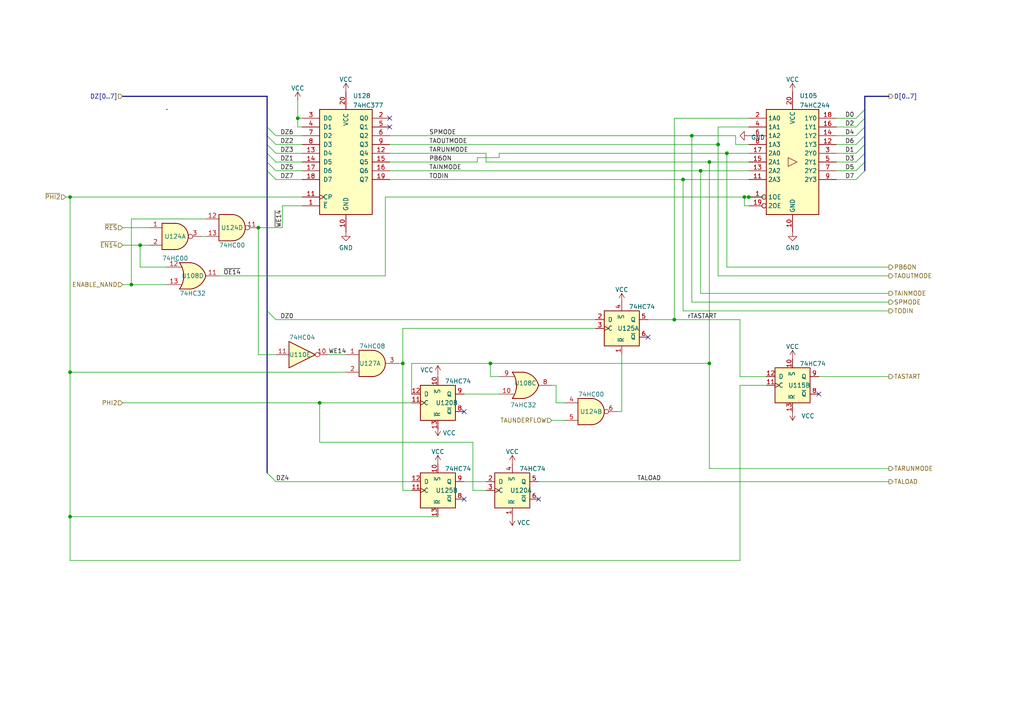
<source format=kicad_sch>
(kicad_sch (version 20211123) (generator eeschema)
  (paper "A4")
  (title_block (title "74HCT6526 Board 1") (date "2022-08-17") (rev "0.1") (company "Daniel Molina") (comment 1 "https://github.com/dmolinagarcia/74HCT6526"))
  (lib_symbols
    (symbol "74xx:74HC00" (pin_names (offset 1.016))
      (property "Reference" "U" (at 0 1.27 0))
      (property "Value" "74HC00" (at 0 -1.27 0))
      (symbol "74HC00_1_1"
        (arc (start 0 -3.81) (mid 3.81 0) (end 0 3.81) (stroke (width 0.254)) (fill (type background)))
        (polyline (pts (xy 0 3.81) (xy -3.81 3.81) (xy -3.81 -3.81) (xy 0 -3.81)) (stroke (width 0.254)) (fill (type background)))
        (pin input line (at -7.62 2.54 0) (length 3.81) (name "~") (number "1"))
        (pin input line (at -7.62 -2.54 0) (length 3.81) (name "~") (number "2"))
        (pin output inverted (at 7.62 0 180) (length 3.81) (name "~") (number "3"))
      )
      (symbol "74HC00_1_2"
        (arc (start -3.81 -3.81) (mid -2.589 0) (end -3.81 3.81) (stroke (width 0.254)))
        (arc (start -0.6096 -3.81) (mid 2.1855 -2.584) (end 3.81 0) (stroke (width 0.254)) (fill (type background)))
        (polyline (pts (xy -3.81 -3.81) (xy -0.635 -3.81)) (stroke (width 0.254)) (fill (type background)))
        (polyline (pts (xy -3.81 3.81) (xy -0.635 3.81)) (stroke (width 0.254)) (fill (type background)))
        (polyline (pts (xy -0.635 3.81) (xy -3.81 3.81) (xy -3.81 3.81) (xy -3.556 3.4036) (xy -3.0226 2.2606) (xy -2.6924 1.0414) (xy -2.6162 -0.254) (xy -2.7686 -1.4986) (xy -3.175 -2.7178) (xy -3.81 -3.81) (xy -3.81 -3.81) (xy -0.635 -3.81)) (stroke (width -25.4)) (fill (type background)))
        (arc (start 3.81 0) (mid 2.1928 2.5925) (end -0.6096 3.81) (stroke (width 0.254)) (fill (type background)))
        (pin input inverted (at -7.62 2.54 0) (length 4.318) (name "~") (number "1"))
        (pin input inverted (at -7.62 -2.54 0) (length 4.318) (name "~") (number "2"))
        (pin output line (at 7.62 0 180) (length 3.81) (name "~") (number "3"))
      )
      (symbol "74HC00_2_1"
        (arc (start 0 -3.81) (mid 3.81 0) (end 0 3.81) (stroke (width 0.254)) (fill (type background)))
        (polyline (pts (xy 0 3.81) (xy -3.81 3.81) (xy -3.81 -3.81) (xy 0 -3.81)) (stroke (width 0.254)) (fill (type background)))
        (pin input line (at -7.62 2.54 0) (length 3.81) (name "~") (number "4"))
        (pin input line (at -7.62 -2.54 0) (length 3.81) (name "~") (number "5"))
        (pin output inverted (at 7.62 0 180) (length 3.81) (name "~") (number "6"))
      )
      (symbol "74HC00_2_2"
        (arc (start -3.81 -3.81) (mid -2.589 0) (end -3.81 3.81) (stroke (width 0.254)))
        (arc (start -0.6096 -3.81) (mid 2.1855 -2.584) (end 3.81 0) (stroke (width 0.254)) (fill (type background)))
        (polyline (pts (xy -3.81 -3.81) (xy -0.635 -3.81)) (stroke (width 0.254)) (fill (type background)))
        (polyline (pts (xy -3.81 3.81) (xy -0.635 3.81)) (stroke (width 0.254)) (fill (type background)))
        (polyline (pts (xy -0.635 3.81) (xy -3.81 3.81) (xy -3.81 3.81) (xy -3.556 3.4036) (xy -3.0226 2.2606) (xy -2.6924 1.0414) (xy -2.6162 -0.254) (xy -2.7686 -1.4986) (xy -3.175 -2.7178) (xy -3.81 -3.81) (xy -3.81 -3.81) (xy -0.635 -3.81)) (stroke (width -25.4)) (fill (type background)))
        (arc (start 3.81 0) (mid 2.1928 2.5925) (end -0.6096 3.81) (stroke (width 0.254)) (fill (type background)))
        (pin input inverted (at -7.62 2.54 0) (length 4.318) (name "~") (number "4"))
        (pin input inverted (at -7.62 -2.54 0) (length 4.318) (name "~") (number "5"))
        (pin output line (at 7.62 0 180) (length 3.81) (name "~") (number "6"))
      )
      (symbol "74HC00_3_1"
        (arc (start 0 -3.81) (mid 3.81 0) (end 0 3.81) (stroke (width 0.254)) (fill (type background)))
        (polyline (pts (xy 0 3.81) (xy -3.81 3.81) (xy -3.81 -3.81) (xy 0 -3.81)) (stroke (width 0.254)) (fill (type background)))
        (pin input line (at -7.62 -2.54 0) (length 3.81) (name "~") (number "10"))
        (pin output inverted (at 7.62 0 180) (length 3.81) (name "~") (number "8"))
        (pin input line (at -7.62 2.54 0) (length 3.81) (name "~") (number "9"))
      )
      (symbol "74HC00_3_2"
        (arc (start -3.81 -3.81) (mid -2.589 0) (end -3.81 3.81) (stroke (width 0.254)))
        (arc (start -0.6096 -3.81) (mid 2.1855 -2.584) (end 3.81 0) (stroke (width 0.254)) (fill (type background)))
        (polyline (pts (xy -3.81 -3.81) (xy -0.635 -3.81)) (stroke (width 0.254)) (fill (type background)))
        (polyline (pts (xy -3.81 3.81) (xy -0.635 3.81)) (stroke (width 0.254)) (fill (type background)))
        (polyline (pts (xy -0.635 3.81) (xy -3.81 3.81) (xy -3.81 3.81) (xy -3.556 3.4036) (xy -3.0226 2.2606) (xy -2.6924 1.0414) (xy -2.6162 -0.254) (xy -2.7686 -1.4986) (xy -3.175 -2.7178) (xy -3.81 -3.81) (xy -3.81 -3.81) (xy -0.635 -3.81)) (stroke (width -25.4)) (fill (type background)))
        (arc (start 3.81 0) (mid 2.1928 2.5925) (end -0.6096 3.81) (stroke (width 0.254)) (fill (type background)))
        (pin input inverted (at -7.62 -2.54 0) (length 4.318) (name "~") (number "10"))
        (pin output line (at 7.62 0 180) (length 3.81) (name "~") (number "8"))
        (pin input inverted (at -7.62 2.54 0) (length 4.318) (name "~") (number "9"))
      )
      (symbol "74HC00_4_1"
        (arc (start 0 -3.81) (mid 3.81 0) (end 0 3.81) (stroke (width 0.254)) (fill (type background)))
        (polyline (pts (xy 0 3.81) (xy -3.81 3.81) (xy -3.81 -3.81) (xy 0 -3.81)) (stroke (width 0.254)) (fill (type background)))
        (pin output inverted (at 7.62 0 180) (length 3.81) (name "~") (number "11"))
        (pin input line (at -7.62 2.54 0) (length 3.81) (name "~") (number "12"))
        (pin input line (at -7.62 -2.54 0) (length 3.81) (name "~") (number "13"))
      )
      (symbol "74HC00_4_2"
        (arc (start -3.81 -3.81) (mid -2.589 0) (end -3.81 3.81) (stroke (width 0.254)))
        (arc (start -0.6096 -3.81) (mid 2.1855 -2.584) (end 3.81 0) (stroke (width 0.254)) (fill (type background)))
        (polyline (pts (xy -3.81 -3.81) (xy -0.635 -3.81)) (stroke (width 0.254)) (fill (type background)))
        (polyline (pts (xy -3.81 3.81) (xy -0.635 3.81)) (stroke (width 0.254)) (fill (type background)))
        (polyline (pts (xy -0.635 3.81) (xy -3.81 3.81) (xy -3.81 3.81) (xy -3.556 3.4036) (xy -3.0226 2.2606) (xy -2.6924 1.0414) (xy -2.6162 -0.254) (xy -2.7686 -1.4986) (xy -3.175 -2.7178) (xy -3.81 -3.81) (xy -3.81 -3.81) (xy -0.635 -3.81)) (stroke (width -25.4)) (fill (type background)))
        (arc (start 3.81 0) (mid 2.1928 2.5925) (end -0.6096 3.81) (stroke (width 0.254)) (fill (type background)))
        (pin output line (at 7.62 0 180) (length 3.81) (name "~") (number "11"))
        (pin input inverted (at -7.62 2.54 0) (length 4.318) (name "~") (number "12"))
        (pin input inverted (at -7.62 -2.54 0) (length 4.318) (name "~") (number "13"))
      )
      (symbol "74HC00_5_0"
        (pin power_in line (at 0 12.7 270) (length 5.08) (name "VCC") (number "14"))
        (pin power_in line (at 0 -12.7 90) (length 5.08) (name "GND") (number "7"))
      )
      (symbol "74HC00_5_1"
        (rectangle (start -5.08 7.62) (end 5.08 -7.62) (stroke (width 0.254)) (fill (type background)))
      )
    )
    (symbol "74xx:74HC04"
      (property "Reference" "U" (at 0 1.27 0))
      (property "Value" "74HC04" (at 0 -1.27 0))
      (symbol "74HC04_1_0"
        (polyline (pts (xy -3.81 3.81) (xy -3.81 -3.81) (xy 3.81 0) (xy -3.81 3.81)) (stroke (width 0.254)) (fill (type background)))
        (pin input line (at -7.62 0 0) (length 3.81) (name "~") (number "1"))
        (pin output inverted (at 7.62 0 180) (length 3.81) (name "~") (number "2"))
      )
      (symbol "74HC04_2_0"
        (polyline (pts (xy -3.81 3.81) (xy -3.81 -3.81) (xy 3.81 0) (xy -3.81 3.81)) (stroke (width 0.254)) (fill (type background)))
        (pin input line (at -7.62 0 0) (length 3.81) (name "~") (number "3"))
        (pin output inverted (at 7.62 0 180) (length 3.81) (name "~") (number "4"))
      )
      (symbol "74HC04_3_0"
        (polyline (pts (xy -3.81 3.81) (xy -3.81 -3.81) (xy 3.81 0) (xy -3.81 3.81)) (stroke (width 0.254)) (fill (type background)))
        (pin input line (at -7.62 0 0) (length 3.81) (name "~") (number "5"))
        (pin output inverted (at 7.62 0 180) (length 3.81) (name "~") (number "6"))
      )
      (symbol "74HC04_4_0"
        (polyline (pts (xy -3.81 3.81) (xy -3.81 -3.81) (xy 3.81 0) (xy -3.81 3.81)) (stroke (width 0.254)) (fill (type background)))
        (pin output inverted (at 7.62 0 180) (length 3.81) (name "~") (number "8"))
        (pin input line (at -7.62 0 0) (length 3.81) (name "~") (number "9"))
      )
      (symbol "74HC04_5_0"
        (polyline (pts (xy -3.81 3.81) (xy -3.81 -3.81) (xy 3.81 0) (xy -3.81 3.81)) (stroke (width 0.254)) (fill (type background)))
        (pin output inverted (at 7.62 0 180) (length 3.81) (name "~") (number "10"))
        (pin input line (at -7.62 0 0) (length 3.81) (name "~") (number "11"))
      )
      (symbol "74HC04_6_0"
        (polyline (pts (xy -3.81 3.81) (xy -3.81 -3.81) (xy 3.81 0) (xy -3.81 3.81)) (stroke (width 0.254)) (fill (type background)))
        (pin output inverted (at 7.62 0 180) (length 3.81) (name "~") (number "12"))
        (pin input line (at -7.62 0 0) (length 3.81) (name "~") (number "13"))
      )
      (symbol "74HC04_7_0"
        (pin power_in line (at 0 12.7 270) (length 5.08) (name "VCC") (number "14"))
        (pin power_in line (at 0 -12.7 90) (length 5.08) (name "GND") (number "7"))
      )
      (symbol "74HC04_7_1"
        (rectangle (start -5.08 7.62) (end 5.08 -7.62) (stroke (width 0.254)) (fill (type background)))
      )
    )
    (symbol "74xx:74HC244"
      (property "Reference" "U" (at -7.62 16.51 0))
      (property "Value" "74HC244" (at -7.62 -16.51 0))
      (symbol "74HC244_1_0"
        (polyline (pts (xy 1.27 0) (xy -1.27 1.27) (xy -1.27 -1.27) (xy 1.27 0)) (stroke (width 0.1524)))
        (pin input inverted (at -12.7 -10.16 0) (length 5.08) (name "1OE") (number "1"))
        (pin power_in line (at 0 -20.32 90) (length 5.08) (name "GND") (number "10"))
        (pin input line (at -12.7 -5.08 0) (length 5.08) (name "2A3") (number "11"))
        (pin tri_state line (at 12.7 5.08 180) (length 5.08) (name "1Y3") (number "12"))
        (pin input line (at -12.7 -2.54 0) (length 5.08) (name "2A2") (number "13"))
        (pin tri_state line (at 12.7 7.62 180) (length 5.08) (name "1Y2") (number "14"))
        (pin input line (at -12.7 0 0) (length 5.08) (name "2A1") (number "15"))
        (pin tri_state line (at 12.7 10.16 180) (length 5.08) (name "1Y1") (number "16"))
        (pin input line (at -12.7 2.54 0) (length 5.08) (name "2A0") (number "17"))
        (pin tri_state line (at 12.7 12.7 180) (length 5.08) (name "1Y0") (number "18"))
        (pin input inverted (at -12.7 -12.7 0) (length 5.08) (name "2OE") (number "19"))
        (pin input line (at -12.7 12.7 0) (length 5.08) (name "1A0") (number "2"))
        (pin power_in line (at 0 20.32 270) (length 5.08) (name "VCC") (number "20"))
        (pin tri_state line (at 12.7 2.54 180) (length 5.08) (name "2Y0") (number "3"))
        (pin input line (at -12.7 10.16 0) (length 5.08) (name "1A1") (number "4"))
        (pin tri_state line (at 12.7 0 180) (length 5.08) (name "2Y1") (number "5"))
        (pin input line (at -12.7 7.62 0) (length 5.08) (name "1A2") (number "6"))
        (pin tri_state line (at 12.7 -2.54 180) (length 5.08) (name "2Y2") (number "7"))
        (pin input line (at -12.7 5.08 0) (length 5.08) (name "1A3") (number "8"))
        (pin tri_state line (at 12.7 -5.08 180) (length 5.08) (name "2Y3") (number "9"))
      )
      (symbol "74HC244_1_1"
        (rectangle (start -7.62 15.24) (end 7.62 -15.24) (stroke (width 0.254)) (fill (type background)))
      )
    )
    (symbol "74xx:74HC74" (pin_names (offset 1.016))
      (property "Reference" "U" (at -7.62 8.89 0))
      (property "Value" "74HC74" (at -7.62 -8.89 0))
      (symbol "74HC74_1_0"
        (pin input line (at 0 -7.62 90) (length 2.54) (name "~{R}") (number "1"))
        (pin input line (at -7.62 2.54 0) (length 2.54) (name "D") (number "2"))
        (pin input clock (at -7.62 0 0) (length 2.54) (name "C") (number "3"))
        (pin input line (at 0 7.62 270) (length 2.54) (name "~{S}") (number "4"))
        (pin output line (at 7.62 2.54 180) (length 2.54) (name "Q") (number "5"))
        (pin output line (at 7.62 -2.54 180) (length 2.54) (name "~{Q}") (number "6"))
      )
      (symbol "74HC74_1_1"
        (rectangle (start -5.08 5.08) (end 5.08 -5.08) (stroke (width 0.254)) (fill (type background)))
      )
      (symbol "74HC74_2_0"
        (pin input line (at 0 7.62 270) (length 2.54) (name "~{S}") (number "10"))
        (pin input clock (at -7.62 0 0) (length 2.54) (name "C") (number "11"))
        (pin input line (at -7.62 2.54 0) (length 2.54) (name "D") (number "12"))
        (pin input line (at 0 -7.62 90) (length 2.54) (name "~{R}") (number "13"))
        (pin output line (at 7.62 -2.54 180) (length 2.54) (name "~{Q}") (number "8"))
        (pin output line (at 7.62 2.54 180) (length 2.54) (name "Q") (number "9"))
      )
      (symbol "74HC74_2_1"
        (rectangle (start -5.08 5.08) (end 5.08 -5.08) (stroke (width 0.254)) (fill (type background)))
      )
      (symbol "74HC74_3_0"
        (pin power_in line (at 0 10.16 270) (length 2.54) (name "VCC") (number "14"))
        (pin power_in line (at 0 -10.16 90) (length 2.54) (name "GND") (number "7"))
      )
      (symbol "74HC74_3_1"
        (rectangle (start -5.08 7.62) (end 5.08 -7.62) (stroke (width 0.254)) (fill (type background)))
      )
    )
    (symbol "74xx:74LS32" (pin_names (offset 1.016))
      (property "Reference" "U" (at 0 1.27 0))
      (property "Value" "74LS32" (at 0 -1.27 0))
      (symbol "74LS32_1_1"
        (arc (start -3.81 -3.81) (mid -2.589 0) (end -3.81 3.81) (stroke (width 0.254)))
        (arc (start -0.6096 -3.81) (mid 2.1855 -2.584) (end 3.81 0) (stroke (width 0.254)) (fill (type background)))
        (polyline (pts (xy -3.81 -3.81) (xy -0.635 -3.81)) (stroke (width 0.254)) (fill (type background)))
        (polyline (pts (xy -3.81 3.81) (xy -0.635 3.81)) (stroke (width 0.254)) (fill (type background)))
        (polyline (pts (xy -0.635 3.81) (xy -3.81 3.81) (xy -3.81 3.81) (xy -3.556 3.4036) (xy -3.0226 2.2606) (xy -2.6924 1.0414) (xy -2.6162 -0.254) (xy -2.7686 -1.4986) (xy -3.175 -2.7178) (xy -3.81 -3.81) (xy -3.81 -3.81) (xy -0.635 -3.81)) (stroke (width -25.4)) (fill (type background)))
        (arc (start 3.81 0) (mid 2.1928 2.5925) (end -0.6096 3.81) (stroke (width 0.254)) (fill (type background)))
        (pin input line (at -7.62 2.54 0) (length 4.318) (name "~") (number "1"))
        (pin input line (at -7.62 -2.54 0) (length 4.318) (name "~") (number "2"))
        (pin output line (at 7.62 0 180) (length 3.81) (name "~") (number "3"))
      )
      (symbol "74LS32_1_2"
        (arc (start 0 -3.81) (mid 3.81 0) (end 0 3.81) (stroke (width 0.254)) (fill (type background)))
        (polyline (pts (xy 0 3.81) (xy -3.81 3.81) (xy -3.81 -3.81) (xy 0 -3.81)) (stroke (width 0.254)) (fill (type background)))
        (pin input inverted (at -7.62 2.54 0) (length 3.81) (name "~") (number "1"))
        (pin input inverted (at -7.62 -2.54 0) (length 3.81) (name "~") (number "2"))
        (pin output inverted (at 7.62 0 180) (length 3.81) (name "~") (number "3"))
      )
      (symbol "74LS32_2_1"
        (arc (start -3.81 -3.81) (mid -2.589 0) (end -3.81 3.81) (stroke (width 0.254)))
        (arc (start -0.6096 -3.81) (mid 2.1855 -2.584) (end 3.81 0) (stroke (width 0.254)) (fill (type background)))
        (polyline (pts (xy -3.81 -3.81) (xy -0.635 -3.81)) (stroke (width 0.254)) (fill (type background)))
        (polyline (pts (xy -3.81 3.81) (xy -0.635 3.81)) (stroke (width 0.254)) (fill (type background)))
        (polyline (pts (xy -0.635 3.81) (xy -3.81 3.81) (xy -3.81 3.81) (xy -3.556 3.4036) (xy -3.0226 2.2606) (xy -2.6924 1.0414) (xy -2.6162 -0.254) (xy -2.7686 -1.4986) (xy -3.175 -2.7178) (xy -3.81 -3.81) (xy -3.81 -3.81) (xy -0.635 -3.81)) (stroke (width -25.4)) (fill (type background)))
        (arc (start 3.81 0) (mid 2.1928 2.5925) (end -0.6096 3.81) (stroke (width 0.254)) (fill (type background)))
        (pin input line (at -7.62 2.54 0) (length 4.318) (name "~") (number "4"))
        (pin input line (at -7.62 -2.54 0) (length 4.318) (name "~") (number "5"))
        (pin output line (at 7.62 0 180) (length 3.81) (name "~") (number "6"))
      )
      (symbol "74LS32_2_2"
        (arc (start 0 -3.81) (mid 3.81 0) (end 0 3.81) (stroke (width 0.254)) (fill (type background)))
        (polyline (pts (xy 0 3.81) (xy -3.81 3.81) (xy -3.81 -3.81) (xy 0 -3.81)) (stroke (width 0.254)) (fill (type background)))
        (pin input inverted (at -7.62 2.54 0) (length 3.81) (name "~") (number "4"))
        (pin input inverted (at -7.62 -2.54 0) (length 3.81) (name "~") (number "5"))
        (pin output inverted (at 7.62 0 180) (length 3.81) (name "~") (number "6"))
      )
      (symbol "74LS32_3_1"
        (arc (start -3.81 -3.81) (mid -2.589 0) (end -3.81 3.81) (stroke (width 0.254)))
        (arc (start -0.6096 -3.81) (mid 2.1855 -2.584) (end 3.81 0) (stroke (width 0.254)) (fill (type background)))
        (polyline (pts (xy -3.81 -3.81) (xy -0.635 -3.81)) (stroke (width 0.254)) (fill (type background)))
        (polyline (pts (xy -3.81 3.81) (xy -0.635 3.81)) (stroke (width 0.254)) (fill (type background)))
        (polyline (pts (xy -0.635 3.81) (xy -3.81 3.81) (xy -3.81 3.81) (xy -3.556 3.4036) (xy -3.0226 2.2606) (xy -2.6924 1.0414) (xy -2.6162 -0.254) (xy -2.7686 -1.4986) (xy -3.175 -2.7178) (xy -3.81 -3.81) (xy -3.81 -3.81) (xy -0.635 -3.81)) (stroke (width -25.4)) (fill (type background)))
        (arc (start 3.81 0) (mid 2.1928 2.5925) (end -0.6096 3.81) (stroke (width 0.254)) (fill (type background)))
        (pin input line (at -7.62 -2.54 0) (length 4.318) (name "~") (number "10"))
        (pin output line (at 7.62 0 180) (length 3.81) (name "~") (number "8"))
        (pin input line (at -7.62 2.54 0) (length 4.318) (name "~") (number "9"))
      )
      (symbol "74LS32_3_2"
        (arc (start 0 -3.81) (mid 3.81 0) (end 0 3.81) (stroke (width 0.254)) (fill (type background)))
        (polyline (pts (xy 0 3.81) (xy -3.81 3.81) (xy -3.81 -3.81) (xy 0 -3.81)) (stroke (width 0.254)) (fill (type background)))
        (pin input inverted (at -7.62 -2.54 0) (length 3.81) (name "~") (number "10"))
        (pin output inverted (at 7.62 0 180) (length 3.81) (name "~") (number "8"))
        (pin input inverted (at -7.62 2.54 0) (length 3.81) (name "~") (number "9"))
      )
      (symbol "74LS32_4_1"
        (arc (start -3.81 -3.81) (mid -2.589 0) (end -3.81 3.81) (stroke (width 0.254)))
        (arc (start -0.6096 -3.81) (mid 2.1855 -2.584) (end 3.81 0) (stroke (width 0.254)) (fill (type background)))
        (polyline (pts (xy -3.81 -3.81) (xy -0.635 -3.81)) (stroke (width 0.254)) (fill (type background)))
        (polyline (pts (xy -3.81 3.81) (xy -0.635 3.81)) (stroke (width 0.254)) (fill (type background)))
        (polyline (pts (xy -0.635 3.81) (xy -3.81 3.81) (xy -3.81 3.81) (xy -3.556 3.4036) (xy -3.0226 2.2606) (xy -2.6924 1.0414) (xy -2.6162 -0.254) (xy -2.7686 -1.4986) (xy -3.175 -2.7178) (xy -3.81 -3.81) (xy -3.81 -3.81) (xy -0.635 -3.81)) (stroke (width -25.4)) (fill (type background)))
        (arc (start 3.81 0) (mid 2.1928 2.5925) (end -0.6096 3.81) (stroke (width 0.254)) (fill (type background)))
        (pin output line (at 7.62 0 180) (length 3.81) (name "~") (number "11"))
        (pin input line (at -7.62 2.54 0) (length 4.318) (name "~") (number "12"))
        (pin input line (at -7.62 -2.54 0) (length 4.318) (name "~") (number "13"))
      )
      (symbol "74LS32_4_2"
        (arc (start 0 -3.81) (mid 3.81 0) (end 0 3.81) (stroke (width 0.254)) (fill (type background)))
        (polyline (pts (xy 0 3.81) (xy -3.81 3.81) (xy -3.81 -3.81) (xy 0 -3.81)) (stroke (width 0.254)) (fill (type background)))
        (pin output inverted (at 7.62 0 180) (length 3.81) (name "~") (number "11"))
        (pin input inverted (at -7.62 2.54 0) (length 3.81) (name "~") (number "12"))
        (pin input inverted (at -7.62 -2.54 0) (length 3.81) (name "~") (number "13"))
      )
      (symbol "74LS32_5_0"
        (pin power_in line (at 0 12.7 270) (length 5.08) (name "VCC") (number "14"))
        (pin power_in line (at 0 -12.7 90) (length 5.08) (name "GND") (number "7"))
      )
      (symbol "74LS32_5_1"
        (rectangle (start -5.08 7.62) (end 5.08 -7.62) (stroke (width 0.254)) (fill (type background)))
      )
    )
    (symbol "74xx:74LS377" (pin_names (offset 1.016))
      (property "Reference" "U" (at -7.62 16.51 0))
      (property "Value" "74LS377" (at -7.62 -16.51 0))
      (symbol "74LS377_1_0"
        (pin input line (at -12.7 -12.7 0) (length 5.08) (name "~{E}") (number "1"))
        (pin power_in line (at 0 -20.32 90) (length 5.08) (name "GND") (number "10"))
        (pin input clock (at -12.7 -10.16 0) (length 5.08) (name "CP") (number "11"))
        (pin output line (at 12.7 2.54 180) (length 5.08) (name "Q4") (number "12"))
        (pin input line (at -12.7 2.54 0) (length 5.08) (name "D4") (number "13"))
        (pin input line (at -12.7 0 0) (length 5.08) (name "D5") (number "14"))
        (pin output line (at 12.7 0 180) (length 5.08) (name "Q5") (number "15"))
        (pin output line (at 12.7 -2.54 180) (length 5.08) (name "Q6") (number "16"))
        (pin input line (at -12.7 -2.54 0) (length 5.08) (name "D6") (number "17"))
        (pin input line (at -12.7 -5.08 0) (length 5.08) (name "D7") (number "18"))
        (pin output line (at 12.7 -5.08 180) (length 5.08) (name "Q7") (number "19"))
        (pin output line (at 12.7 12.7 180) (length 5.08) (name "Q0") (number "2"))
        (pin power_in line (at 0 20.32 270) (length 5.08) (name "VCC") (number "20"))
        (pin input line (at -12.7 12.7 0) (length 5.08) (name "D0") (number "3"))
        (pin input line (at -12.7 10.16 0) (length 5.08) (name "D1") (number "4"))
        (pin output line (at 12.7 10.16 180) (length 5.08) (name "Q1") (number "5"))
        (pin output line (at 12.7 7.62 180) (length 5.08) (name "Q2") (number "6"))
        (pin input line (at -12.7 7.62 0) (length 5.08) (name "D2") (number "7"))
        (pin input line (at -12.7 5.08 0) (length 5.08) (name "D3") (number "8"))
        (pin output line (at 12.7 5.08 180) (length 5.08) (name "Q3") (number "9"))
      )
      (symbol "74LS377_1_1"
        (rectangle (start -7.62 15.24) (end 7.62 -15.24) (stroke (width 0.254)) (fill (type background)))
      )
    )
    (symbol "Custom 74xx:74HC08" (pin_names (offset 1.016))
      (property "Reference" "U" (at 0 1.27 0))
      (property "Value" "74HC08" (at 0 -1.27 0))
      (symbol "74HC08_1_1"
        (arc (start 0 -3.81) (mid 3.81 0) (end 0 3.81) (stroke (width 0.254)) (fill (type background)))
        (polyline (pts (xy 0 3.81) (xy -3.81 3.81) (xy -3.81 -3.81) (xy 0 -3.81)) (stroke (width 0.254)) (fill (type background)))
        (pin input line (at -7.62 2.54 0) (length 3.81) (name "~") (number "1"))
        (pin input line (at -7.62 -2.54 0) (length 3.81) (name "~") (number "2"))
        (pin output line (at 7.62 0 180) (length 3.81) (name "~") (number "3"))
      )
      (symbol "74HC08_1_2"
        (arc (start -3.81 -3.81) (mid -2.589 0) (end -3.81 3.81) (stroke (width 0.254)))
        (arc (start -0.6096 -3.81) (mid 2.1855 -2.584) (end 3.81 0) (stroke (width 0.254)) (fill (type background)))
        (polyline (pts (xy -3.81 -3.81) (xy -0.635 -3.81)) (stroke (width 0.254)) (fill (type background)))
        (polyline (pts (xy -3.81 3.81) (xy -0.635 3.81)) (stroke (width 0.254)) (fill (type background)))
        (polyline (pts (xy -0.635 3.81) (xy -3.81 3.81) (xy -3.81 3.81) (xy -3.556 3.4036) (xy -3.0226 2.2606) (xy -2.6924 1.0414) (xy -2.6162 -0.254) (xy -2.7686 -1.4986) (xy -3.175 -2.7178) (xy -3.81 -3.81) (xy -3.81 -3.81) (xy -0.635 -3.81)) (stroke (width -25.4)) (fill (type background)))
        (arc (start 3.81 0) (mid 2.1928 2.5925) (end -0.6096 3.81) (stroke (width 0.254)) (fill (type background)))
        (pin input inverted (at -7.62 2.54 0) (length 4.318) (name "~") (number "1"))
        (pin input inverted (at -7.62 -2.54 0) (length 4.318) (name "~") (number "2"))
        (pin output line (at 7.62 0 180) (length 3.81) (name "~") (number "3"))
      )
      (symbol "74HC08_2_1"
        (arc (start 0 -3.81) (mid 3.81 0) (end 0 3.81) (stroke (width 0.254)) (fill (type background)))
        (polyline (pts (xy 0 3.81) (xy -3.81 3.81) (xy -3.81 -3.81) (xy 0 -3.81)) (stroke (width 0.254)) (fill (type background)))
        (pin input line (at -7.62 2.54 0) (length 3.81) (name "~") (number "4"))
        (pin input line (at -7.62 -2.54 0) (length 3.81) (name "~") (number "5"))
        (pin output line (at 7.62 0 180) (length 3.81) (name "~") (number "6"))
      )
      (symbol "74HC08_2_2"
        (arc (start -3.81 -3.81) (mid -2.589 0) (end -3.81 3.81) (stroke (width 0.254)))
        (arc (start -0.6096 -3.81) (mid 2.1855 -2.584) (end 3.81 0) (stroke (width 0.254)) (fill (type background)))
        (polyline (pts (xy -3.81 -3.81) (xy -0.635 -3.81)) (stroke (width 0.254)) (fill (type background)))
        (polyline (pts (xy -3.81 3.81) (xy -0.635 3.81)) (stroke (width 0.254)) (fill (type background)))
        (polyline (pts (xy -0.635 3.81) (xy -3.81 3.81) (xy -3.81 3.81) (xy -3.556 3.4036) (xy -3.0226 2.2606) (xy -2.6924 1.0414) (xy -2.6162 -0.254) (xy -2.7686 -1.4986) (xy -3.175 -2.7178) (xy -3.81 -3.81) (xy -3.81 -3.81) (xy -0.635 -3.81)) (stroke (width -25.4)) (fill (type background)))
        (arc (start 3.81 0) (mid 2.1928 2.5925) (end -0.6096 3.81) (stroke (width 0.254)) (fill (type background)))
        (pin input inverted (at -7.62 2.54 0) (length 4.318) (name "~") (number "4"))
        (pin input inverted (at -7.62 -2.54 0) (length 4.318) (name "~") (number "5"))
        (pin output line (at 7.62 0 180) (length 3.81) (name "~") (number "6"))
      )
      (symbol "74HC08_3_1"
        (arc (start 0 -3.81) (mid 3.81 0) (end 0 3.81) (stroke (width 0.254)) (fill (type background)))
        (polyline (pts (xy 0 3.81) (xy -3.81 3.81) (xy -3.81 -3.81) (xy 0 -3.81)) (stroke (width 0.254)) (fill (type background)))
        (pin input line (at -7.62 -2.54 0) (length 3.81) (name "~") (number "10"))
        (pin output line (at 7.62 0 180) (length 3.81) (name "~") (number "8"))
        (pin input line (at -7.62 2.54 0) (length 3.81) (name "~") (number "9"))
      )
      (symbol "74HC08_3_2"
        (arc (start -3.81 -3.81) (mid -2.589 0) (end -3.81 3.81) (stroke (width 0.254)))
        (arc (start -0.6096 -3.81) (mid 2.1855 -2.584) (end 3.81 0) (stroke (width 0.254)) (fill (type background)))
        (polyline (pts (xy -3.81 -3.81) (xy -0.635 -3.81)) (stroke (width 0.254)) (fill (type background)))
        (polyline (pts (xy -3.81 3.81) (xy -0.635 3.81)) (stroke (width 0.254)) (fill (type background)))
        (polyline (pts (xy -0.635 3.81) (xy -3.81 3.81) (xy -3.81 3.81) (xy -3.556 3.4036) (xy -3.0226 2.2606) (xy -2.6924 1.0414) (xy -2.6162 -0.254) (xy -2.7686 -1.4986) (xy -3.175 -2.7178) (xy -3.81 -3.81) (xy -3.81 -3.81) (xy -0.635 -3.81)) (stroke (width -25.4)) (fill (type background)))
        (arc (start 3.81 0) (mid 2.1928 2.5925) (end -0.6096 3.81) (stroke (width 0.254)) (fill (type background)))
        (pin input inverted (at -7.62 -2.54 0) (length 4.318) (name "~") (number "10"))
        (pin output line (at 7.62 0 180) (length 3.81) (name "~") (number "8"))
        (pin input inverted (at -7.62 2.54 0) (length 4.318) (name "~") (number "9"))
      )
      (symbol "74HC08_4_1"
        (arc (start 0 -3.81) (mid 3.81 0) (end 0 3.81) (stroke (width 0.254)) (fill (type background)))
        (polyline (pts (xy 0 3.81) (xy -3.81 3.81) (xy -3.81 -3.81) (xy 0 -3.81)) (stroke (width 0.254)) (fill (type background)))
        (pin output line (at 7.62 0 180) (length 3.81) (name "~") (number "11"))
        (pin input line (at -7.62 2.54 0) (length 3.81) (name "~") (number "12"))
        (pin input line (at -7.62 -2.54 0) (length 3.81) (name "~") (number "13"))
      )
      (symbol "74HC08_4_2"
        (arc (start -3.81 -3.81) (mid -2.589 0) (end -3.81 3.81) (stroke (width 0.254)))
        (arc (start -0.6096 -3.81) (mid 2.1855 -2.584) (end 3.81 0) (stroke (width 0.254)) (fill (type background)))
        (polyline (pts (xy -3.81 -3.81) (xy -0.635 -3.81)) (stroke (width 0.254)) (fill (type background)))
        (polyline (pts (xy -3.81 3.81) (xy -0.635 3.81)) (stroke (width 0.254)) (fill (type background)))
        (polyline (pts (xy -0.635 3.81) (xy -3.81 3.81) (xy -3.81 3.81) (xy -3.556 3.4036) (xy -3.0226 2.2606) (xy -2.6924 1.0414) (xy -2.6162 -0.254) (xy -2.7686 -1.4986) (xy -3.175 -2.7178) (xy -3.81 -3.81) (xy -3.81 -3.81) (xy -0.635 -3.81)) (stroke (width -25.4)) (fill (type background)))
        (arc (start 3.81 0) (mid 2.1928 2.5925) (end -0.6096 3.81) (stroke (width 0.254)) (fill (type background)))
        (pin output line (at 7.62 0 180) (length 3.81) (name "~") (number "11"))
        (pin input inverted (at -7.62 2.54 0) (length 4.318) (name "~") (number "12"))
        (pin input inverted (at -7.62 -2.54 0) (length 4.318) (name "~") (number "13"))
      )
      (symbol "74HC08_5_0"
        (pin power_in line (at 0 12.7 270) (length 5.08) (name "VCC") (number "14"))
        (pin power_in line (at 0 -12.7 90) (length 5.08) (name "GND") (number "7"))
      )
      (symbol "74HC08_5_1"
        (rectangle (start -5.08 7.62) (end 5.08 -7.62) (stroke (width 0.254)) (fill (type background)))
      )
    )
    (symbol "power:GND" (power) (pin_names (offset 0))
      (property "Value" "GND" (at 0 -3.81 0))
      (symbol "GND_0_1"
        (polyline (pts (xy 0 0) (xy 0 -1.27) (xy 1.27 -1.27) (xy 0 -2.54) (xy -1.27 -1.27) (xy 0 -1.27)))
      )
      (symbol "GND_1_1"
        (pin power_in line (at 0 0 270) (length 0) hide (name "GND") (number "1"))
      )
    )
    (symbol "power:VCC" (power) (pin_names (offset 0))
      (property "Value" "VCC" (at 0 3.81 0))
      (symbol "VCC_0_1"
        (polyline (pts (xy -0.762 1.27) (xy 0 2.54)))
        (polyline (pts (xy 0 0) (xy 0 2.54)))
        (polyline (pts (xy 0 2.54) (xy 0.762 1.27)))
      )
      (symbol "VCC_1_1"
        (pin power_in line (at 0 0 90) (length 0) hide (name "VCC") (number "1"))
      )
    )
  )
  (junction (at 200.66 39.37))
  (junction (at 217.17 57.15))
  (junction (at 198.12 52.07))
  (junction (at 20.32 57.15))
  (junction (at 215.9 57.15))
  (junction (at 203.2 49.53))
  (junction (at 195.58 92.71))
  (junction (at 142.24 105.41))
  (junction (at 40.64 71.12))
  (junction (at 205.74 105.41))
  (junction (at 74.93 66.04))
  (junction (at 210.82 44.45))
  (junction (at 205.74 46.99))
  (junction (at 116.84 105.41))
  (junction (at 38.1 82.55))
  (junction (at 86.36 34.29))
  (junction (at 20.32 107.95))
  (junction (at 208.28 41.91))
  (junction (at 20.32 149.86))
  (junction (at 92.71 116.84))
  (no_connect (at 134.62 144.78))
  (no_connect (at 113.03 34.29))
  (no_connect (at 237.49 114.3))
  (no_connect (at 187.96 97.79))
  (no_connect (at 134.62 119.38))
  (no_connect (at 156.21 144.78))
  (no_connect (at 113.03 36.83))
  (bus_entry (at 77.47 90.17) (size 2.54 2.54))
  (bus_entry (at 248.285 36.83) (size 2.54 -2.54))
  (bus_entry (at 248.285 34.29) (size 2.54 -2.54))
  (bus_entry (at 248.285 39.37) (size 2.54 -2.54))
  (bus_entry (at 248.285 41.91) (size 2.54 -2.54))
  (bus_entry (at 248.285 44.45) (size 2.54 -2.54))
  (bus_entry (at 248.285 46.99) (size 2.54 -2.54))
  (bus_entry (at 248.285 49.53) (size 2.54 -2.54))
  (bus_entry (at 248.285 52.07) (size 2.54 -2.54))
  (bus_entry (at 77.47 44.45) (size 2.54 2.54))
  (bus_entry (at 77.47 49.53) (size 2.54 2.54))
  (bus_entry (at 77.47 39.37) (size 2.54 2.54))
  (bus_entry (at 77.47 41.91) (size 2.54 2.54))
  (bus_entry (at 77.47 36.83) (size 2.54 2.54))
  (bus_entry (at 77.47 46.99) (size 2.54 2.54))
  (bus_entry (at 77.47 137.16) (size 2.54 2.54))
  (bus (pts (xy 250.825 36.83) (xy 250.825 39.37)))
  (bus (pts (xy 250.825 39.37) (xy 250.825 41.91)))
  (wire (pts (xy 198.12 52.07) (xy 217.17 52.07)))
  (bus (pts (xy 77.47 36.83) (xy 77.47 39.37)))
  (wire (pts (xy 208.28 36.83) (xy 217.17 36.83)))
  (wire (pts (xy 257.81 80.01) (xy 208.28 80.01)))
  (wire (pts (xy 137.16 128.27) (xy 137.16 142.24)))
  (wire (pts (xy 137.16 142.24) (xy 140.97 142.24)))
  (wire (pts (xy 242.57 49.53) (xy 248.285 49.53)))
  (wire (pts (xy 214.63 162.56) (xy 214.63 111.76)))
  (wire (pts (xy 215.9 59.69) (xy 217.17 59.69)))
  (bus (pts (xy 250.825 31.75) (xy 250.825 34.29)))
  (wire (pts (xy 59.69 68.58) (xy 58.42 68.58)))
  (wire (pts (xy 203.2 85.09) (xy 257.81 85.09)))
  (wire (pts (xy 257.81 109.22) (xy 237.49 109.22)))
  (wire (pts (xy 116.84 142.24) (xy 119.38 142.24)))
  (bus (pts (xy 77.47 46.99) (xy 77.47 49.53)))
  (wire (pts (xy 81.915 59.69) (xy 81.915 66.04)))
  (wire (pts (xy 210.82 77.47) (xy 257.81 77.47)))
  (wire (pts (xy 113.03 46.99) (xy 138.43 46.99)))
  (wire (pts (xy 242.57 41.91) (xy 248.285 41.91)))
  (wire (pts (xy 80.01 39.37) (xy 87.63 39.37)))
  (wire (pts (xy 242.57 44.45) (xy 248.285 44.45)))
  (wire (pts (xy 113.03 44.45) (xy 140.97 44.45)))
  (wire (pts (xy 19.05 57.15) (xy 20.32 57.15)))
  (wire (pts (xy 80.01 139.7) (xy 119.38 139.7)))
  (wire (pts (xy 198.12 52.07) (xy 113.03 52.07)))
  (wire (pts (xy 138.43 45.72) (xy 144.78 45.72)))
  (wire (pts (xy 80.01 41.91) (xy 87.63 41.91)))
  (wire (pts (xy 242.57 34.29) (xy 248.285 34.29)))
  (bus (pts (xy 250.825 34.29) (xy 250.825 36.83)))
  (wire (pts (xy 205.74 46.99) (xy 205.74 105.41)))
  (wire (pts (xy 134.62 114.3) (xy 144.78 114.3)))
  (wire (pts (xy 20.32 149.86) (xy 20.32 162.56)))
  (wire (pts (xy 113.03 49.53) (xy 203.2 49.53)))
  (wire (pts (xy 111.76 57.15) (xy 215.9 57.15)))
  (wire (pts (xy 111.76 80.01) (xy 111.76 57.15)))
  (wire (pts (xy 203.2 49.53) (xy 217.17 49.53)))
  (wire (pts (xy 195.58 34.29) (xy 195.58 92.71)))
  (bus (pts (xy 77.47 44.45) (xy 77.47 46.99)))
  (bus (pts (xy 77.47 27.94) (xy 77.47 36.83)))
  (wire (pts (xy 213.36 39.37) (xy 213.36 41.91)))
  (wire (pts (xy 144.78 45.72) (xy 144.78 44.45)))
  (wire (pts (xy 208.28 36.83) (xy 208.28 41.91)))
  (wire (pts (xy 179.07 119.38) (xy 180.34 119.38)))
  (wire (pts (xy 38.1 82.55) (xy 48.26 82.55)))
  (wire (pts (xy 81.915 59.69) (xy 87.63 59.69)))
  (bus (pts (xy 250.825 27.94) (xy 250.825 31.75)))
  (wire (pts (xy 40.64 77.47) (xy 48.26 77.47)))
  (wire (pts (xy 116.84 95.25) (xy 172.72 95.25)))
  (wire (pts (xy 92.71 116.84) (xy 92.71 128.27)))
  (wire (pts (xy 161.29 111.76) (xy 161.29 116.84)))
  (wire (pts (xy 213.36 41.91) (xy 217.17 41.91)))
  (wire (pts (xy 187.96 92.71) (xy 195.58 92.71)))
  (wire (pts (xy 74.93 66.04) (xy 74.93 102.87)))
  (wire (pts (xy 217.17 57.15) (xy 215.9 57.15)))
  (wire (pts (xy 214.63 92.71) (xy 214.63 109.22)))
  (bus (pts (xy 250.825 44.45) (xy 250.825 46.99)))
  (bus (pts (xy 250.825 46.99) (xy 250.825 49.53)))
  (wire (pts (xy 160.02 121.92) (xy 163.83 121.92)))
  (bus (pts (xy 257.81 27.94) (xy 250.825 27.94)))
  (wire (pts (xy 80.01 49.53) (xy 87.63 49.53)))
  (wire (pts (xy 74.93 102.87) (xy 80.01 102.87)))
  (wire (pts (xy 205.74 46.99) (xy 217.17 46.99)))
  (wire (pts (xy 20.32 107.95) (xy 100.33 107.95)))
  (wire (pts (xy 242.57 46.99) (xy 248.285 46.99)))
  (wire (pts (xy 92.71 128.27) (xy 137.16 128.27)))
  (wire (pts (xy 144.78 109.22) (xy 142.24 109.22)))
  (wire (pts (xy 138.43 46.99) (xy 138.43 45.72)))
  (wire (pts (xy 38.1 63.5) (xy 59.69 63.5)))
  (wire (pts (xy 40.64 71.12) (xy 40.64 77.47)))
  (bus (pts (xy 77.47 49.53) (xy 77.47 90.17)))
  (wire (pts (xy 127 109.22) (xy 127 108.585)))
  (wire (pts (xy 195.58 34.29) (xy 217.17 34.29)))
  (bus (pts (xy 250.825 41.91) (xy 250.825 44.45)))
  (wire (pts (xy 242.57 39.37) (xy 248.285 39.37)))
  (wire (pts (xy 214.63 109.22) (xy 222.25 109.22)))
  (wire (pts (xy 195.58 92.71) (xy 214.63 92.71)))
  (wire (pts (xy 127 124.46) (xy 127 123.825)))
  (wire (pts (xy 86.36 34.29) (xy 87.63 34.29)))
  (wire (pts (xy 140.97 46.99) (xy 205.74 46.99)))
  (bus (pts (xy 77.47 90.17) (xy 77.47 137.16)))
  (wire (pts (xy 38.1 63.5) (xy 38.1 82.55)))
  (wire (pts (xy 198.12 90.17) (xy 257.81 90.17)))
  (wire (pts (xy 208.28 41.91) (xy 208.28 80.01)))
  (wire (pts (xy 200.66 39.37) (xy 200.66 87.63)))
  (wire (pts (xy 210.82 44.45) (xy 217.17 44.45)))
  (wire (pts (xy 142.24 105.41) (xy 119.38 105.41)))
  (wire (pts (xy 205.74 135.89) (xy 257.81 135.89)))
  (wire (pts (xy 156.21 139.7) (xy 257.81 139.7)))
  (wire (pts (xy 86.36 29.21) (xy 86.36 34.29)))
  (wire (pts (xy 217.17 57.15) (xy 222.25 57.15)))
  (wire (pts (xy 115.57 105.41) (xy 116.84 105.41)))
  (wire (pts (xy 140.97 44.45) (xy 140.97 46.99)))
  (wire (pts (xy 35.56 82.55) (xy 38.1 82.55)))
  (wire (pts (xy 80.01 46.99) (xy 87.63 46.99)))
  (wire (pts (xy 215.9 57.15) (xy 215.9 59.69)))
  (wire (pts (xy 214.63 111.76) (xy 222.25 111.76)))
  (wire (pts (xy 20.32 149.86) (xy 127 149.86)))
  (wire (pts (xy 160.02 111.76) (xy 161.29 111.76)))
  (wire (pts (xy 180.34 102.87) (xy 180.34 119.38)))
  (wire (pts (xy 86.36 34.29) (xy 86.36 36.83)))
  (wire (pts (xy 20.32 107.95) (xy 20.32 149.86)))
  (wire (pts (xy 198.12 52.07) (xy 198.12 90.17)))
  (wire (pts (xy 81.915 66.04) (xy 74.93 66.04)))
  (wire (pts (xy 200.66 87.63) (xy 257.81 87.63)))
  (wire (pts (xy 205.74 135.89) (xy 205.74 105.41)))
  (wire (pts (xy 116.84 105.41) (xy 116.84 142.24)))
  (wire (pts (xy 86.36 36.83) (xy 87.63 36.83)))
  (wire (pts (xy 100.33 102.87) (xy 95.25 102.87)))
  (wire (pts (xy 113.03 41.91) (xy 208.28 41.91)))
  (wire (pts (xy 35.56 116.84) (xy 92.71 116.84)))
  (wire (pts (xy 161.29 116.84) (xy 163.83 116.84)))
  (wire (pts (xy 35.56 66.04) (xy 43.18 66.04)))
  (wire (pts (xy 210.82 44.45) (xy 210.82 77.47)))
  (wire (pts (xy 80.01 92.71) (xy 172.72 92.71)))
  (wire (pts (xy 40.64 71.12) (xy 43.18 71.12)))
  (wire (pts (xy 20.32 162.56) (xy 214.63 162.56)))
  (wire (pts (xy 80.01 44.45) (xy 87.63 44.45)))
  (wire (pts (xy 144.78 44.45) (xy 210.82 44.45)))
  (wire (pts (xy 35.56 71.12) (xy 40.64 71.12)))
  (bus (pts (xy 77.47 39.37) (xy 77.47 41.91)))
  (wire (pts (xy 80.01 52.07) (xy 87.63 52.07)))
  (wire (pts (xy 116.84 105.41) (xy 116.84 95.25)))
  (wire (pts (xy 119.38 105.41) (xy 119.38 114.3)))
  (wire (pts (xy 142.24 105.41) (xy 205.74 105.41)))
  (wire (pts (xy 20.32 57.15) (xy 87.63 57.15)))
  (wire (pts (xy 142.24 105.41) (xy 142.24 109.22)))
  (wire (pts (xy 134.62 139.7) (xy 140.97 139.7)))
  (bus (pts (xy 77.47 41.91) (xy 77.47 44.45)))
  (wire (pts (xy 203.2 49.53) (xy 203.2 85.09)))
  (bus (pts (xy 35.56 27.94) (xy 77.47 27.94)))
  (wire (pts (xy 200.66 39.37) (xy 213.36 39.37)))
  (wire (pts (xy 92.71 116.84) (xy 119.38 116.84)))
  (wire (pts (xy 242.57 52.07) (xy 248.285 52.07)))
  (wire (pts (xy 63.5 80.01) (xy 111.76 80.01)))
  (wire (pts (xy 20.32 57.15) (xy 20.32 107.95)))
  (wire (pts (xy 242.57 36.83) (xy 248.285 36.83)))
  (wire (pts (xy 113.03 39.37) (xy 200.66 39.37)))
  (label "rTASTART" (at 199.39 92.71 0))
  (label "D1" (at 245.11 44.45 0))
  (label "DZ3" (at 81.28 44.45 0))
  (label "D5" (at 245.11 49.53 0))
  (label "~{WE14}" (at 81.915 66.04 90))
  (label "DZ5" (at 81.28 49.53 0))
  (label "DZ2" (at 81.28 41.91 0))
  (label "DZ4" (at 80.01 139.7 0))
  (label "D0" (at 245.11 34.29 0))
  (label "D4" (at 245.11 39.37 0))
  (label "DZ7" (at 81.28 52.07 0))
  (label "DZ6" (at 81.28 39.37 0))
  (label "TARUNMODE" (at 124.46 44.45 0))
  (label "DZ0" (at 81.28 92.71 0))
  (label "D3" (at 245.11 46.99 0))
  (label "TODIN" (at 124.46 52.07 0))
  (label "TAINMODE" (at 124.46 49.53 0))
  (label "~{OE14}" (at 64.77 80.01 0))
  (label "SPMODE" (at 124.46 39.37 0))
  (label "DZ1" (at 81.28 46.99 0))
  (label "TAOUTMODE" (at 124.46 41.91 0))
  (label "PB6ON" (at 124.46 46.99 0))
  (label "D6" (at 245.11 41.91 0))
  (label "WE14" (at 95.25 102.87 0))
  (label "D7" (at 245.11 52.07 0))
  (label "D2" (at 245.11 36.83 0))
  (label "TALOAD" (at 184.785 139.7 0))
  (global_label "DZ[0..7]" (shape output) (at 48.26 31.75 0) (effects (font (size 0.0254 0.0254))) (property "Intersheet References" "${INTERSHEET_REFS}" (effects hide)))
  (hierarchical_label "~{EN14}" (shape input) (at 35.56 71.12 180))
  (hierarchical_label "ENABLE_NAND" (shape input) (at 35.56 82.55 180))
  (hierarchical_label "SPMODE" (shape output) (at 257.81 87.63 0))
  (hierarchical_label "DZ[0..7]" (shape input) (at 35.56 27.94 180))
  (hierarchical_label "PB6ON" (shape output) (at 257.81 77.47 0))
  (hierarchical_label "TARUNMODE" (shape output) (at 257.81 135.89 0))
  (hierarchical_label "~{RES}" (shape input) (at 35.56 66.04 180))
  (hierarchical_label "PHI2" (shape input) (at 35.56 116.84 180))
  (hierarchical_label "TALOAD" (shape output) (at 257.81 139.7 0))
  (hierarchical_label "TODIN" (shape output) (at 257.81 90.17 0))
  (hierarchical_label "D[0..7]" (shape output) (at 257.81 27.94 0))
  (hierarchical_label "TASTART" (shape output) (at 257.81 109.22 0))
  (hierarchical_label "TAINMODE" (shape output) (at 257.81 85.09 0))
  (hierarchical_label "TAUNDERFLOW" (shape input) (at 160.02 121.92 180))
  (hierarchical_label "~{PHI2}" (shape input) (at 19.05 57.15 180))
  (hierarchical_label "TAOUTMODE" (shape output) (at 257.81 80.01 0))
  (symbol (lib_id "74xx:74HC04") (at 87.63 102.87 0) (unit 5)
    (property "Reference" "U110" (at 86.995 102.87 0))
    (property "Value" "74HC04" (at 87.63 97.8686 0))
    (property "Footprint" "Package_SO:SOIC-14_3.9x8.7mm_P1.27mm" (effects hide))
    (property "Datasheet" "https://assets.nexperia.com/documents/data-sheet/74HC_HCT04.pdf" (effects hide))
  )
  (symbol (lib_id "power:VCC") (at 100.33 26.67 0) (unit 1)
    (property "Reference" "#PWR0106" (effects hide))
    (property "Value" "VCC" (at 100.33 23.0655 0))
  )
  (symbol (lib_id "74xx:74HC00") (at 50.8 68.58 0) (unit 1)
    (property "Reference" "U124" (at 50.8 68.58 0))
    (property "Value" "74HC00" (at 50.8 74.93 0))
    (property "Footprint" "Package_SO:SOIC-14_3.9x8.7mm_P1.27mm" (effects hide))
    (property "Datasheet" "http://www.ti.com/lit/gpn/sn74hc00" (effects hide))
  )
  (symbol (lib_id "power:GND") (at 217.17 39.37 270) (unit 1)
    (property "Reference" "#PWR0114" (effects hide))
    (property "Value" "GND" (at 217.805 39.849 90) (effects (justify left)))
  )
  (symbol (lib_id "74xx:74LS32") (at 152.4 111.76 0) (unit 3)
    (property "Reference" "U108" (at 152.4 111.125 0))
    (property "Value" "74HC32" (at 151.765 117.475 0))
    (property "Footprint" "Package_SO:SOIC-14_3.9x8.7mm_P1.27mm" (effects hide))
    (property "Datasheet" "http://www.ti.com/lit/gpn/sn74LS32" (effects hide))
  )
  (symbol (lib_id "power:VCC") (at 148.59 149.86 180) (unit 1)
    (property "Reference" "#PWR0112" (effects hide))
    (property "Value" "VCC" (at 149.987 151.609 0) (effects (justify right)))
  )
  (symbol (lib_id "74xx:74HC00") (at 171.45 119.38 0) (unit 2)
    (property "Reference" "U124" (at 171.45 119.38 0))
    (property "Value" "74HC00" (at 171.45 114.3786 0))
    (property "Footprint" "Package_SO:SOIC-14_3.9x8.7mm_P1.27mm" (effects hide))
    (property "Datasheet" "http://www.ti.com/lit/gpn/sn74hc00" (effects hide))
  )
  (symbol (lib_id "power:GND") (at 229.87 67.31 0) (unit 1)
    (property "Reference" "#PWR0116" (effects hide))
    (property "Value" "GND" (at 229.87 71.8725 0))
  )
  (symbol (lib_id "74xx:74HC74") (at 127 142.24 0) (unit 2)
    (property "Reference" "U125" (at 126.365 142.24 0) (effects (justify left)))
    (property "Value" "74HC74" (at 129.0194 135.9686 0) (effects (justify left)))
    (property "Footprint" "Package_SO:SO-14_3.9x8.65mm_P1.27mm" (effects hide))
    (property "Datasheet" "74xx/74hc_hct74.pdf" (effects hide))
  )
  (symbol (lib_id "power:VCC") (at 229.87 119.38 180) (unit 1)
    (property "Reference" "#PWR0170" (effects hide))
    (property "Value" "VCC" (at 232.41 120.6499 0) (effects (justify right)))
  )
  (symbol (lib_id "74xx:74HC74") (at 229.87 111.76 0) (unit 2)
    (property "Reference" "U115" (at 228.6 111.76 0) (effects (justify left)))
    (property "Value" "74HC74" (at 231.8894 105.4886 0) (effects (justify left)))
    (property "Footprint" "Package_SO:SO-14_3.9x8.65mm_P1.27mm" (effects hide))
    (property "Datasheet" "74xx/74hc_hct74.pdf" (effects hide))
  )
  (symbol (lib_id "power:GND") (at 100.33 67.31 0) (unit 1)
    (property "Reference" "#PWR0107" (effects hide))
    (property "Value" "GND" (at 100.33 71.8725 0))
  )
  (symbol (lib_id "power:VCC") (at 127 123.825 180) (unit 1)
    (property "Reference" "#PWR0109" (effects hide))
    (property "Value" "VCC" (at 128.397 125.574 0) (effects (justify right)))
  )
  (symbol (lib_id "74xx:74HC74") (at 180.34 95.25 0) (unit 1)
    (property "Reference" "U125" (at 179.07 95.25 0) (effects (justify left)))
    (property "Value" "74HC74" (at 182.3594 88.9786 0) (effects (justify left)))
    (property "Footprint" "Package_SO:SO-14_3.9x8.65mm_P1.27mm" (effects hide))
    (property "Datasheet" "74xx/74hc_hct74.pdf" (effects hide))
  )
  (symbol (lib_id "power:VCC") (at 229.87 104.14 0) (unit 1)
    (property "Reference" "#PWR0169" (effects hide))
    (property "Value" "VCC" (at 229.87 100.5355 0))
  )
  (symbol (lib_id "power:VCC") (at 180.34 87.63 0) (unit 1)
    (property "Reference" "#PWR0113" (effects hide))
    (property "Value" "VCC" (at 180.34 84.0255 0))
  )
  (symbol (lib_id "Custom 74xx:74HC08") (at 107.95 105.41 0) (unit 1)
    (property "Reference" "U127" (at 107.315 105.41 0))
    (property "Value" "74HC08" (at 107.95 100.4086 0))
    (property "Footprint" "Package_SO:SO-14_3.9x8.65mm_P1.27mm" (effects hide))
  )
  (symbol (lib_id "power:VCC") (at 148.59 134.62 0) (unit 1)
    (property "Reference" "#PWR0111" (effects hide))
    (property "Value" "VCC" (at 148.59 131.0155 0))
  )
  (symbol (lib_id "power:VCC") (at 127 134.62 0) (unit 1)
    (property "Reference" "#PWR0110" (effects hide))
    (property "Value" "VCC" (at 127 131.0155 0))
  )
  (symbol (lib_id "power:VCC") (at 127 108.585 0) (unit 1)
    (property "Reference" "#PWR0108" (effects hide))
    (property "Value" "VCC" (at 123.825 107.315 0))
  )
  (symbol (lib_id "74xx:74LS32") (at 55.88 80.01 0) (unit 4)
    (property "Reference" "U108" (at 55.88 80.01 0))
    (property "Value" "74HC32" (at 55.88 85.09 0))
    (property "Footprint" "Package_SO:SOIC-14_3.9x8.7mm_P1.27mm" (effects hide))
    (property "Datasheet" "http://www.ti.com/lit/gpn/sn74LS32" (effects hide))
  )
  (symbol (lib_id "74xx:74HC74") (at 127 116.84 0) (unit 2)
    (property "Reference" "U120" (at 126.365 116.84 0) (effects (justify left)))
    (property "Value" "74HC74" (at 129.0194 110.5686 0) (effects (justify left)))
    (property "Footprint" "Package_SO:SO-14_3.9x8.65mm_P1.27mm" (effects hide))
    (property "Datasheet" "74xx/74hc_hct74.pdf" (effects hide))
  )
  (symbol (lib_id "74xx:74HC244") (at 229.87 46.99 0) (unit 1)
    (property "Reference" "U105" (at 231.8894 27.7835 0) (effects (justify left)))
    (property "Value" "74HC244" (at 231.8894 30.5586 0) (effects (justify left)))
    (property "Footprint" "Package_SO:SOIC-20W_7.5x12.8mm_P1.27mm" (effects hide))
    (property "Datasheet" "https://assets.nexperia.com/documents/data-sheet/74HC_HCT244.pdf" (effects hide))
  )
  (symbol (lib_id "74xx:74HC74") (at 148.59 142.24 0) (unit 1)
    (property "Reference" "U120" (at 147.955 142.24 0) (effects (justify left)))
    (property "Value" "74HC74" (at 150.6094 135.9686 0) (effects (justify left)))
    (property "Footprint" "Package_SO:SO-14_3.9x8.65mm_P1.27mm" (effects hide))
    (property "Datasheet" "74xx/74hc_hct74.pdf" (effects hide))
  )
  (symbol (lib_id "74xx:74LS377") (at 100.33 46.99 0) (unit 1)
    (property "Reference" "U128" (at 102.3494 27.7835 0) (effects (justify left)))
    (property "Value" "74HC377" (at 102.3494 30.5586 0) (effects (justify left)))
    (property "Footprint" "Package_SO:SOIC-20W_7.5x12.8mm_P1.27mm" (effects hide))
    (property "Datasheet" "http://www.ti.com/lit/gpn/sn74LS377" (effects hide))
  )
  (symbol (lib_id "74xx:74HC00") (at 67.31 66.04 0) (unit 4)
    (property "Reference" "U124" (at 67.31 66.04 0))
    (property "Value" "74HC00" (at 67.31 71.12 0))
    (property "Footprint" "Package_SO:SOIC-14_3.9x8.7mm_P1.27mm" (effects hide))
    (property "Datasheet" "http://www.ti.com/lit/gpn/sn74hc00" (effects hide))
  )
  (symbol (lib_id "power:VCC") (at 86.36 29.21 0) (unit 1)
    (property "Reference" "#PWR0105" (effects hide))
    (property "Value" "VCC" (at 86.36 25.6055 0))
  )
  (symbol (lib_id "power:VCC") (at 229.87 26.67 0) (unit 1)
    (property "Reference" "#PWR0115" (effects hide))
    (property "Value" "VCC" (at 229.87 23.0655 0))
  )
)
</source>
